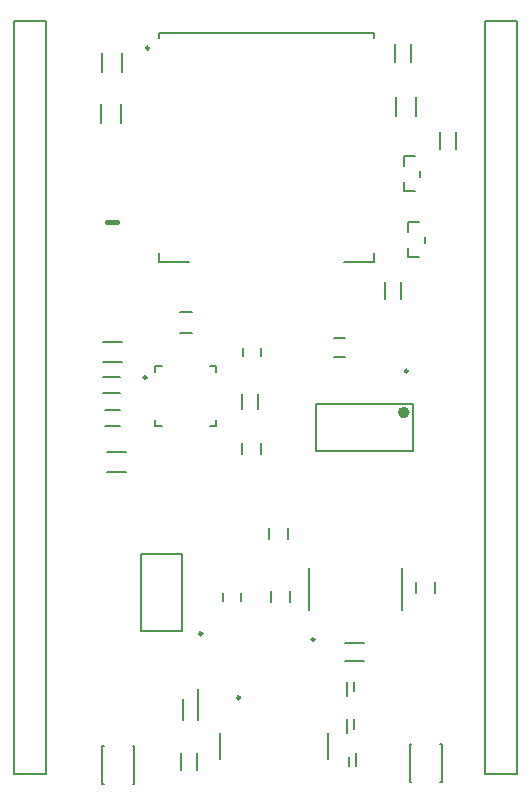
<source format=gto>
G04*
G04 #@! TF.GenerationSoftware,Altium Limited,Altium Designer,23.1.1 (15)*
G04*
G04 Layer_Color=65535*
%FSLAX44Y44*%
%MOMM*%
G71*
G04*
G04 #@! TF.SameCoordinates,41D86B32-BED1-46DB-A61E-0691954F4559*
G04*
G04*
G04 #@! TF.FilePolarity,Positive*
G04*
G01*
G75*
%ADD10C,0.2500*%
%ADD11C,0.5000*%
%ADD12C,0.2000*%
%ADD13C,0.4000*%
D10*
X1153330Y789196D02*
G03*
X1153330Y789196I-1250J0D01*
G01*
X934260Y1062700D02*
G03*
X934260Y1062700I-1250J0D01*
G01*
X1011180Y512650D02*
G03*
X1011180Y512650I-1250J0D01*
G01*
X1074210Y562020D02*
G03*
X1074210Y562020I-1250J0D01*
G01*
X979080Y566980D02*
G03*
X979080Y566980I-1250J0D01*
G01*
X932120Y783730D02*
G03*
X932120Y783730I-1250J0D01*
G01*
D11*
X1152330Y754167D02*
G03*
X1152330Y754167I-2500J0D01*
G01*
D12*
X1075330Y761667D02*
X1157330D01*
X1075330Y721693D02*
Y761667D01*
Y721693D02*
X1157330D01*
Y761667D01*
X894550Y439930D02*
X895800D01*
X920300D02*
X921550D01*
Y471930D01*
X894550D02*
X895800D01*
X920300D02*
X921550D01*
X894550Y439930D02*
Y471930D01*
X893200Y999110D02*
Y1015110D01*
X910200Y999110D02*
Y1015110D01*
X1100090Y543680D02*
X1116090D01*
X1100090Y558680D02*
X1116090D01*
X1160390Y1005310D02*
Y1021310D01*
X1143390Y1005310D02*
Y1021310D01*
X898780Y703970D02*
X914780D01*
X898780Y720970D02*
X914780D01*
X974603Y451583D02*
Y466308D01*
X960878Y451583D02*
Y466308D01*
X962510Y494230D02*
Y511230D01*
X975510Y494230D02*
Y519730D01*
X1107900Y517970D02*
Y525970D01*
X1101900Y514320D02*
Y525970D01*
X1107900Y486640D02*
Y494640D01*
X1101900Y482990D02*
Y494640D01*
X1103170Y454470D02*
Y462470D01*
X1109170Y454470D02*
Y466120D01*
X1154900Y441200D02*
X1156150D01*
X1180650D02*
X1181900D01*
Y473200D01*
X1154900D02*
X1156150D01*
X1180650D02*
X1181900D01*
X1154900Y441200D02*
Y473200D01*
X942760Y1070950D02*
Y1075350D01*
Y881850D02*
Y889350D01*
X1098960Y881850D02*
X1124260D01*
X942760D02*
X968160D01*
X1124260Y1070950D02*
Y1075350D01*
Y881850D02*
Y889350D01*
X942760Y1075350D02*
X1124260D01*
X1085830Y460550D02*
Y482550D01*
X994430Y460550D02*
Y482550D01*
X1148210Y586770D02*
Y622270D01*
X1069210Y586770D02*
Y622270D01*
X927355Y569455D02*
X962405D01*
X927355D02*
Y634505D01*
X962405D01*
Y569455D02*
Y634505D01*
X1149910Y941310D02*
X1159260D01*
X1149910Y963060D02*
Y971310D01*
Y941310D02*
Y949560D01*
Y971310D02*
X1159260D01*
X1163910Y953560D02*
Y959060D01*
X1153780Y885430D02*
X1163130D01*
X1153780Y907180D02*
Y915430D01*
Y885430D02*
Y893680D01*
Y915430D02*
X1163130D01*
X1167780Y897680D02*
Y903180D01*
X1090719Y816990D02*
X1100180D01*
X1090719Y800990D02*
X1100180D01*
X1053210Y593439D02*
Y602901D01*
X1037210Y593439D02*
Y602901D01*
X1035940Y646779D02*
Y656240D01*
X1051940Y646779D02*
Y656240D01*
X1176400Y601059D02*
Y610521D01*
X1160400Y601059D02*
Y610521D01*
X1156213Y1051106D02*
Y1065831D01*
X1142487Y1051106D02*
Y1065831D01*
X997070Y594670D02*
Y601670D01*
X1012070Y594670D02*
Y601670D01*
X1133597Y849888D02*
Y864612D01*
X1147323Y849888D02*
Y864612D01*
X1180587Y976888D02*
Y991612D01*
X1194313Y976888D02*
Y991612D01*
X960218Y839611D02*
X970182D01*
X960218Y821549D02*
X970182D01*
X1013580Y801680D02*
Y808680D01*
X1028580Y801680D02*
Y808680D01*
X896607Y742550D02*
X909332D01*
X896607Y756050D02*
X909332D01*
X1013060Y756908D02*
Y769633D01*
X1026560Y756908D02*
Y769633D01*
X1029080Y719169D02*
Y728631D01*
X1013080Y719169D02*
Y728631D01*
X939620Y788730D02*
Y793980D01*
Y742980D02*
Y748230D01*
X985370Y742980D02*
X990620D01*
X939620D02*
X944870D01*
X990620Y788730D02*
Y793980D01*
Y742980D02*
Y748230D01*
X985370Y793980D02*
X990620D01*
X939620D02*
X944870D01*
X894470Y1042440D02*
Y1058440D01*
X911470Y1042440D02*
Y1058440D01*
X895132Y784103D02*
X909857D01*
X895132Y770377D02*
X909857D01*
X894970Y796680D02*
X910970D01*
X894970Y813680D02*
X910970D01*
X846570Y448080D02*
Y1086080D01*
X819670Y448080D02*
X846570D01*
X819670D02*
Y1086080D01*
X846570D01*
X1245350Y448080D02*
Y1086080D01*
X1218450Y448080D02*
X1245350D01*
X1218450D02*
Y1086080D01*
X1245350D01*
D13*
X898970Y915680D02*
X906970D01*
M02*

</source>
